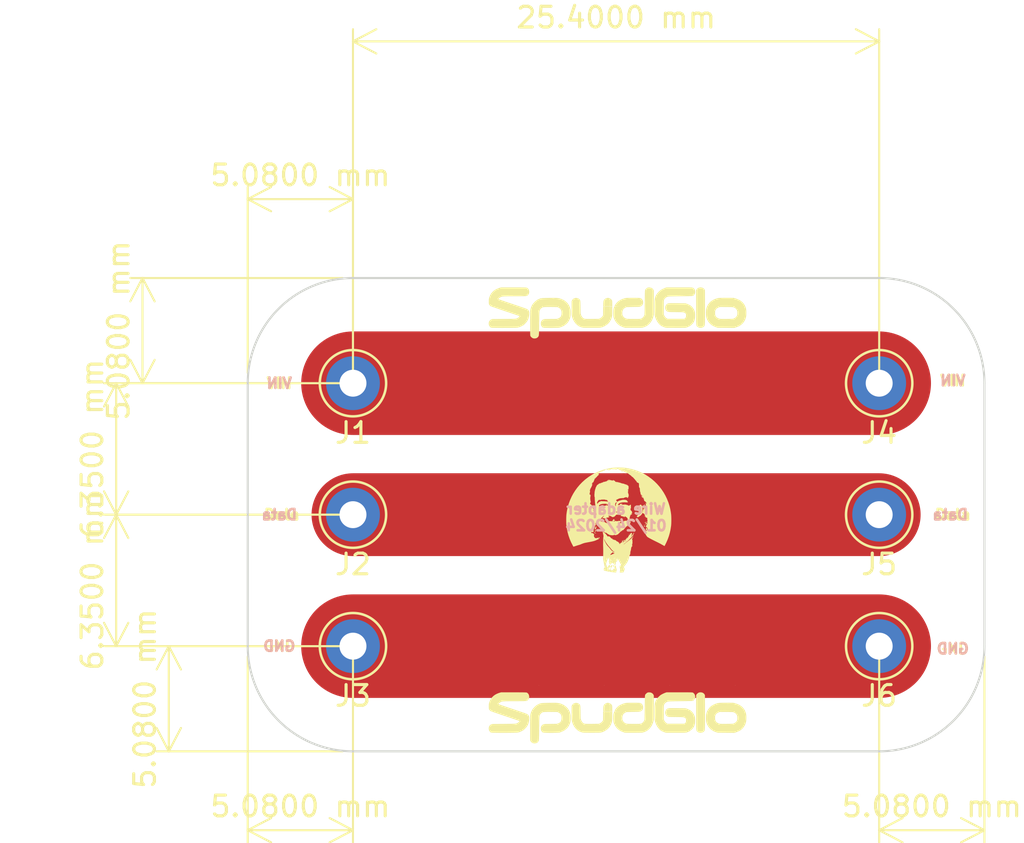
<source format=kicad_pcb>
(kicad_pcb (version 20221018) (generator pcbnew)
  (layers (0 "F.Cu" signal) (31 "B.Cu" signal) (34 "B.Paste" user) (35 "F.Paste" user) (36 "B.SilkS" user "B.Silkscreen") (37 "F.SilkS" user "F.Silkscreen") (38 "B.Mask" user) (39 "F.Mask" user) (44 "Edge.Cuts" user))
  (net 0 "")
  (net 1 "+5V")
  (net 2 "/SIGNAL")
  (net 3 "GND")
  (footprint "LOGO" (layer "F.Cu") (at 144.78 85.344)
    (fp_text reference "G***" hide)
    (fp_text value "LOGO" hide)
  )
  (footprint "Connector_Pin:Pin_D1.3mm_L11.0mm" (layer "F.Cu") (at 157.48 95.25)
    (fp_text reference "J5" (at 0 2.4) (layer "F.SilkS"))
    (fp_text value "Conn_01x01_Pin")
    (pad "1" thru_hole circle (at 0 0) (size 2.6 2.6) (drill 1.3) (layers "*.Cu" "*.Mask") (net 2 "/SIGNAL"))
  )
  (footprint "LOGO" (layer "F.Cu") (at 144.78 104.902)
    (fp_text reference "G***" hide)
    (fp_text value "LOGO" hide)
  )
  (footprint "Connector_Pin:Pin_D1.3mm_L11.0mm" (layer "F.Cu") (at 157.48 101.6)
    (fp_text reference "J6" (at 0 2.4) (layer "F.SilkS"))
    (fp_text value "Conn_01x01_Pin")
    (pad "1" thru_hole circle (at 0 0) (size 2.6 2.6) (drill 1.3) (layers "*.Cu" "*.Mask") (net 3 "GND"))
  )
  (footprint "Connector_Pin:Pin_D1.3mm_L11.0mm" (layer "F.Cu") (at 132.08 95.25)
    (fp_text reference "J2" (at 0 2.4) (layer "F.SilkS"))
    (fp_text value "Conn_01x01_Pin")
    (pad "1" thru_hole circle (at 0 0) (size 2.6 2.6) (drill 1.3) (layers "*.Cu" "*.Mask") (net 2 "/SIGNAL"))
  )
  (footprint "Connector_Pin:Pin_D1.3mm_L11.0mm" (layer "F.Cu") (at 132.08 88.9)
    (fp_text reference "J1" (at 0 2.4) (layer "F.SilkS"))
    (fp_text value "Conn_01x01_Pin")
    (pad "1" thru_hole circle (at 0 0) (size 2.6 2.6) (drill 1.3) (layers "*.Cu" "*.Mask") (net 1 "+5V"))
  )
  (footprint "Connector_Pin:Pin_D1.3mm_L11.0mm" (layer "F.Cu") (at 157.48 88.9)
    (fp_text reference "J4" (at 0 2.4) (layer "F.SilkS"))
    (fp_text value "Conn_01x01_Pin")
    (pad "1" thru_hole circle (at 0 0) (size 2.6 2.6) (drill 1.3) (layers "*.Cu" "*.Mask") (net 1 "+5V"))
  )
  (footprint "LOGO" (layer "F.Cu") (at 144.907 95.504)
    (fp_text reference "G***" hide)
    (fp_text value "LOGO" hide)
  )
  (footprint "Connector_Pin:Pin_D1.3mm_L11.0mm" (layer "F.Cu") (at 132.08 101.6)
    (fp_text reference "J3" (at 0 2.4) (layer "F.SilkS"))
    (fp_text value "Conn_01x01_Pin")
    (pad "1" thru_hole circle (at 0 0) (size 2.6 2.6) (drill 1.3) (layers "*.Cu" "*.Mask") (net 3 "GND"))
  )
  (gr_line (start 132.08 106.68) (end 157.48 106.68) (stroke (width 0.1)) (layer "Edge.Cuts"))
  (gr_line (start 127 88.9) (end 127 101.6) (stroke (width 0.1)) (layer "Edge.Cuts"))
  (gr_arc (start 157.48 83.82) (mid 161.072102 85.307898) (end 162.56 88.9) (stroke (width 0.1)) (layer "Edge.Cuts"))
  (gr_line (start 162.56 101.6) (end 162.56 88.9) (stroke (width 0.1)) (layer "Edge.Cuts"))
  (gr_arc (start 162.56 101.6) (mid 161.072102 105.192102) (end 157.48 106.68) (stroke (width 0.1)) (layer "Edge.Cuts"))
  (gr_arc (start 132.08 106.68) (mid 128.487898 105.192102) (end 127 101.6) (stroke (width 0.1)) (layer "Edge.Cuts"))
  (gr_arc (start 127 88.9) (mid 128.487898 85.307898) (end 132.08 83.82) (stroke (width 0.1)) (layer "Edge.Cuts"))
  (gr_line (start 157.48 83.82) (end 132.08 83.82) (stroke (width 0.1)) (layer "Edge.Cuts"))
  (gr_text "Data" (at 160.909 95.25) (layer "B.SilkS") (effects (font (size 0.5 0.5) (thickness 0.125)) (justify mirror)))
  (gr_text "VIN" (at 128.524 88.9) (layer "B.SilkS") (effects (font (size 0.5 0.5) (thickness 0.125)) (justify mirror)))
  (gr_text "GND" (at 128.524 101.6) (layer "B.SilkS") (effects (font (size 0.5 0.5) (thickness 0.125)) (justify mirror)))
  (gr_text "Data" (at 128.524 95.25) (layer "B.SilkS") (effects (font (size 0.5 0.5) (thickness 0.125)) (justify mirror)))
  (gr_text "VIN" (at 161.036 88.773) (layer "B.SilkS") (effects (font (size 0.5 0.5) (thickness 0.125)) (justify mirror)))
  (gr_text "Wire adapter\n01/24/2024" (at 144.78 95.377) (layer "B.SilkS") (effects (font (size 0.5 0.5) (thickness 0.125)) (justify mirror)))
  (gr_text "GND" (at 161.036 101.727) (layer "B.SilkS") (effects (font (size 0.5 0.5) (thickness 0.125)) (justify mirror)))
  (gr_text "VIN" (at 161.036 88.773) (layer "F.SilkS") (effects (font (size 0.5 0.5) (thickness 0.125))))
  (gr_text "Data" (at 161.036 95.25) (layer "F.SilkS") (effects (font (size 0.5 0.5) (thickness 0.125))))
  (gr_text "GND" (at 128.524 101.6) (layer "F.SilkS") (effects (font (size 0.5 0.5) (thickness 0.125))))
  (gr_text "VIN" (at 128.524 88.9) (layer "F.SilkS") (effects (font (size 0.5 0.5) (thickness 0.125))))
  (gr_text "Data" (at 128.651 95.25) (layer "F.SilkS") (effects (font (size 0.5 0.5) (thickness 0.125))))
  (gr_text "GND" (at 161.036 101.727) (layer "F.SilkS") (effects (font (size 0.5 0.5) (thickness 0.125))))
  (dimension (type aligned) (layer "F.SilkS") (pts (xy 132.08 88.9) (xy 132.08 95.25)) (height 11.43) (gr_text "6.3500 mm" (at 119.5 92.075 90) (layer "F.SilkS") (effects (font (size 1 1) (thickness 0.15)))) (format (prefix "") (suffix "") (units 3) (units_format 1) (precision 4)) (style (thickness 0.1) (arrow_length 1.27) (text_position_mode 0) (extension_height 0.58642) (extension_offset 0.5) keep_text_aligned))
  (dimension (type aligned) (layer "F.SilkS") (pts (xy 132.08 88.9) (xy 127 88.9)) (height 8.89) (gr_text "5.0800 mm" (at 129.54 78.86) (layer "F.SilkS") (effects (font (size 1 1) (thickness 0.15)))) (format (prefix "") (suffix "") (units 3) (units_format 1) (precision 4)) (style (thickness 0.1) (arrow_length 1.27) (text_position_mode 0) (extension_height 0.58642) (extension_offset 0.5) keep_text_aligned))
  (dimension (type aligned) (layer "F.SilkS") (pts (xy 132.08 88.9) (xy 132.08 83.82)) (height -10.16) (gr_text "5.0800 mm" (at 120.77 86.36 90) (layer "F.SilkS") (effects (font (size 1 1) (thickness 0.15)))) (format (prefix "") (suffix "") (units 3) (units_format 1) (precision 4)) (style (thickness 0.1) (arrow_length 1.27) (text_position_mode 0) (extension_height 0.58642) (extension_offset 0.5) keep_text_aligned))
  (dimension (type aligned) (layer "F.SilkS") (pts (xy 132.08 95.25) (xy 132.08 101.6)) (height 11.43) (gr_text "6.3500 mm" (at 119.5 98.425 90) (layer "F.SilkS") (effects (font (size 1 1) (thickness 0.15)))) (format (prefix "") (suffix "") (units 3) (units_format 1) (precision 4)) (style (thickness 0.1) (arrow_length 1.27) (text_position_mode 0) (extension_height 0.58642) (extension_offset 0.5) keep_text_aligned))
  (dimension (type aligned) (layer "F.SilkS") (pts (xy 157.48 101.6) (xy 162.56 101.6)) (height 8.89) (gr_text "5.0800 mm" (at 160.02 109.34) (layer "F.SilkS") (effects (font (size 1 1) (thickness 0.15)))) (format (prefix "") (suffix "") (units 3) (units_format 1) (precision 4)) (style (thickness 0.1) (arrow_length 1.27) (text_position_mode 0) (extension_height 0.58642) (extension_offset 0.5) keep_text_aligned))
  (dimension (type aligned) (layer "F.SilkS") (pts (xy 132.08 101.6) (xy 127 101.6)) (height -8.89) (gr_text "5.0800 mm" (at 129.54 109.34) (layer "F.SilkS") (effects (font (size 1 1) (thickness 0.15)))) (format (prefix "") (suffix "") (units 3) (units_format 1) (precision 4)) (style (thickness 0.1) (arrow_length 1.27) (text_position_mode 0) (extension_height 0.58642) (extension_offset 0.5) keep_text_aligned))
  (dimension (type aligned) (layer "F.SilkS") (pts (xy 132.08 88.9) (xy 157.48 88.9)) (height -16.51) (gr_text "25.4000 mm" (at 144.78 71.24) (layer "F.SilkS") (effects (font (size 1 1) (thickness 0.15)))) (format (prefix "") (suffix "") (units 3) (units_format 1) (precision 4)) (style (thickness 0.1) (arrow_length 1.27) (text_position_mode 0) (extension_height 0.58642) (extension_offset 0.5) keep_text_aligned))
  (dimension (type aligned) (layer "F.SilkS") (pts (xy 132.08 101.6) (xy 132.08 106.68)) (height 8.89) (gr_text "5.0800 mm" (at 122.04 104.14 90) (layer "F.SilkS") (effects (font (size 1 1) (thickness 0.15)))) (format (prefix "") (suffix "") (units 3) (units_format 1) (precision 4)) (style (thickness 0.1) (arrow_length 1.27) (text_position_mode 0) (extension_height 0.58642) (extension_offset 0.5) keep_text_aligned))
  (segment (start 157.48 88.9) (end 132.08 88.9) (width 5) (layer "F.Cu") (net 1))
  (segment (start 157.48 95.25) (end 132.08 95.25) (width 4) (layer "F.Cu") (net 2))
  (segment (start 157.48 101.6) (end 132.08 101.6) (width 5) (layer "F.Cu") (net 3))
)
</source>
